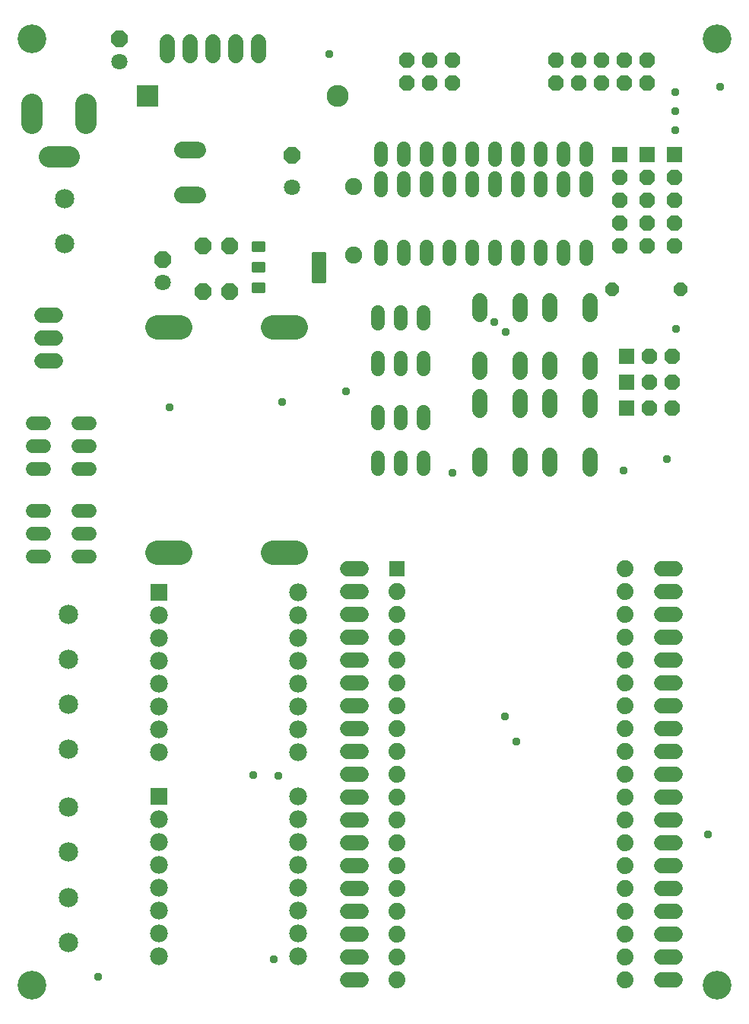
<source format=gbr>
G04 EAGLE Gerber RS-274X export*
G75*
%MOMM*%
%FSLAX34Y34*%
%LPD*%
%INSoldermask Top*%
%IPPOS*%
%AMOC8*
5,1,8,0,0,1.08239X$1,22.5*%
G01*
%ADD10C,3.203200*%
%ADD11C,2.387600*%
%ADD12C,2.153200*%
%ADD13P,1.951982X8X112.500000*%
%ADD14C,1.803400*%
%ADD15C,1.853200*%
%ADD16R,2.453200X2.453200*%
%ADD17C,2.453200*%
%ADD18R,1.981200X1.981200*%
%ADD19C,1.981200*%
%ADD20R,1.763200X1.763200*%
%ADD21C,1.879600*%
%ADD22C,1.524000*%
%ADD23C,2.743200*%
%ADD24C,1.727200*%
%ADD25P,1.852186X8X202.500000*%
%ADD26R,1.727200X1.727200*%
%ADD27P,1.869504X8X22.500000*%
%ADD28P,1.869504X8X112.500000*%
%ADD29C,1.711200*%
%ADD30C,0.339959*%
%ADD31C,0.393431*%
%ADD32P,1.951982X8X292.500000*%
%ADD33C,1.903200*%
%ADD34P,1.649562X8X22.500000*%
%ADD35C,0.959600*%


D10*
X31758Y27824D03*
X794050Y27824D03*
X31758Y1080527D03*
X794050Y1080527D03*
D11*
X72594Y948814D02*
X50750Y948814D01*
X31672Y985892D02*
X31672Y1007736D01*
X91672Y1007736D02*
X91672Y985892D01*
D12*
X71850Y440413D03*
X71850Y390413D03*
X71850Y340413D03*
X71850Y290413D03*
X71863Y225631D03*
X71863Y175631D03*
X71863Y125631D03*
X71863Y75631D03*
X67980Y852795D03*
X67980Y902795D03*
D13*
X128587Y1080038D03*
D14*
X128587Y1054638D03*
D13*
X321304Y950343D03*
D14*
X321304Y914783D03*
D15*
X215890Y906609D02*
X199390Y906609D01*
X199390Y956609D02*
X215890Y956609D01*
D16*
X159812Y1016357D03*
D17*
X371812Y1016357D03*
D18*
X173240Y464941D03*
D19*
X328180Y464941D03*
X173240Y439541D03*
X173240Y414141D03*
X173240Y388741D03*
X173240Y363341D03*
X173240Y337941D03*
X173240Y312541D03*
X173240Y287141D03*
X328180Y439541D03*
X328180Y414141D03*
X328180Y388741D03*
X328180Y363341D03*
X328180Y337941D03*
X328180Y312541D03*
X328180Y287141D03*
D18*
X173240Y238080D03*
D19*
X328180Y238080D03*
X173240Y212680D03*
X173240Y187280D03*
X173240Y161880D03*
X173240Y136480D03*
X173240Y111080D03*
X173240Y85680D03*
X173240Y60280D03*
X328180Y212680D03*
X328180Y187280D03*
X328180Y161880D03*
X328180Y136480D03*
X328180Y111080D03*
X328180Y85680D03*
X328180Y60280D03*
D20*
X438256Y490708D03*
D21*
X438256Y465308D03*
X438256Y33508D03*
X438256Y439908D03*
X438256Y414508D03*
X438256Y389108D03*
X438256Y363708D03*
X438256Y338308D03*
X438256Y312908D03*
X438256Y287508D03*
X438256Y262108D03*
X438256Y236708D03*
X438256Y211308D03*
X438256Y185908D03*
X438256Y160508D03*
X438256Y135108D03*
X438256Y109708D03*
X438256Y84308D03*
X438256Y58908D03*
X692256Y490708D03*
X692256Y465308D03*
X692256Y439908D03*
X692256Y414508D03*
X692256Y389108D03*
X692256Y363708D03*
X692256Y338308D03*
X692256Y312908D03*
X692256Y287508D03*
X692256Y262108D03*
X692256Y236708D03*
X692256Y211308D03*
X692256Y185908D03*
X692256Y160508D03*
X692256Y135108D03*
X692256Y109708D03*
X692256Y84308D03*
X692256Y58908D03*
X692256Y33508D03*
D22*
X420310Y835523D02*
X420310Y848731D01*
X445710Y848731D02*
X445710Y835523D01*
X471110Y835523D02*
X471110Y848731D01*
X496510Y848731D02*
X496510Y835523D01*
X521910Y835523D02*
X521910Y848731D01*
X547310Y848731D02*
X547310Y835523D01*
X572710Y835523D02*
X572710Y848731D01*
X598110Y848731D02*
X598110Y835523D01*
X623510Y835523D02*
X623510Y848731D01*
X648910Y848731D02*
X648910Y835523D01*
X648910Y911723D02*
X648910Y924931D01*
X623510Y924931D02*
X623510Y911723D01*
X598110Y911723D02*
X598110Y924931D01*
X572710Y924931D02*
X572710Y911723D01*
X547310Y911723D02*
X547310Y924931D01*
X521910Y924931D02*
X521910Y911723D01*
X496510Y911723D02*
X496510Y924931D01*
X471110Y924931D02*
X471110Y911723D01*
X445710Y911723D02*
X445710Y924931D01*
X420310Y924931D02*
X420310Y911723D01*
X648760Y945350D02*
X648760Y958558D01*
X623360Y958558D02*
X623360Y945350D01*
X597960Y945350D02*
X597960Y958558D01*
X572560Y958558D02*
X572560Y945350D01*
X547160Y945350D02*
X547160Y958558D01*
X521760Y958558D02*
X521760Y945350D01*
X496360Y945350D02*
X496360Y958558D01*
X470960Y958558D02*
X470960Y945350D01*
X445560Y945350D02*
X445560Y958558D01*
X420160Y958558D02*
X420160Y945350D01*
X45258Y530160D02*
X32050Y530160D01*
X32050Y504760D02*
X45258Y504760D01*
X45258Y555560D02*
X32050Y555560D01*
X82850Y504760D02*
X96058Y504760D01*
X96058Y530160D02*
X82850Y530160D01*
X82850Y555560D02*
X96058Y555560D01*
D23*
X170967Y759229D02*
X196367Y759229D01*
X196367Y508785D02*
X170967Y508785D01*
D22*
X45404Y627366D02*
X32196Y627366D01*
X32196Y601966D02*
X45404Y601966D01*
X45404Y652766D02*
X32196Y652766D01*
X82996Y601966D02*
X96204Y601966D01*
X96204Y627366D02*
X82996Y627366D01*
X82996Y652766D02*
X96204Y652766D01*
D23*
X299503Y508975D02*
X324903Y508975D01*
X324903Y759419D02*
X299503Y759419D01*
D24*
X382636Y33492D02*
X397876Y33492D01*
X397876Y58892D02*
X382636Y58892D01*
X382636Y84292D02*
X397876Y84292D01*
X397876Y109692D02*
X382636Y109692D01*
X382636Y135092D02*
X397876Y135092D01*
X397876Y160492D02*
X382636Y160492D01*
X382636Y185892D02*
X397876Y185892D01*
X397876Y211292D02*
X382636Y211292D01*
X382636Y236692D02*
X397876Y236692D01*
X397876Y262092D02*
X382636Y262092D01*
X382636Y287492D02*
X397876Y287492D01*
X397876Y312892D02*
X382636Y312892D01*
X382636Y338292D02*
X397876Y338292D01*
X397876Y363692D02*
X382636Y363692D01*
X382636Y389092D02*
X397876Y389092D01*
X397876Y414492D02*
X382636Y414492D01*
X382636Y439892D02*
X397876Y439892D01*
X397876Y465292D02*
X382636Y465292D01*
X382636Y490692D02*
X397876Y490692D01*
X732636Y490692D02*
X747876Y490692D01*
X747876Y465292D02*
X732636Y465292D01*
X732636Y439892D02*
X747876Y439892D01*
X747876Y414492D02*
X732636Y414492D01*
X732636Y389092D02*
X747876Y389092D01*
X747876Y363692D02*
X732636Y363692D01*
X732636Y338292D02*
X747876Y338292D01*
X747876Y312892D02*
X732636Y312892D01*
X732636Y287492D02*
X747876Y287492D01*
X747876Y262092D02*
X732636Y262092D01*
X732636Y236692D02*
X747876Y236692D01*
X747876Y211292D02*
X732636Y211292D01*
X732636Y185892D02*
X747876Y185892D01*
X747876Y160492D02*
X732636Y160492D01*
X732636Y135092D02*
X747876Y135092D01*
X747876Y109692D02*
X732636Y109692D01*
X732636Y84292D02*
X747876Y84292D01*
X747876Y58892D02*
X732636Y58892D01*
X732636Y33492D02*
X747876Y33492D01*
D25*
X499621Y1056529D03*
X499621Y1031129D03*
X474221Y1056529D03*
X474221Y1031129D03*
X448821Y1056529D03*
X448821Y1031129D03*
X716006Y1056453D03*
X716006Y1031053D03*
X690606Y1056453D03*
X690606Y1031053D03*
X665206Y1056453D03*
X665206Y1031053D03*
X639806Y1056453D03*
X639806Y1031053D03*
X614406Y1056453D03*
X614406Y1031053D03*
D26*
X686197Y951200D03*
D27*
X686197Y925800D03*
X686197Y900400D03*
X686197Y875000D03*
X686197Y849600D03*
D26*
X693953Y727144D03*
D28*
X719353Y727144D03*
X744753Y727144D03*
D29*
X575373Y774027D02*
X575373Y789107D01*
X575373Y724107D02*
X575373Y709027D01*
X530373Y774027D02*
X530373Y789107D01*
X530373Y724107D02*
X530373Y709027D01*
X575373Y681949D02*
X575373Y666869D01*
X575373Y616949D02*
X575373Y601869D01*
X530373Y666869D02*
X530373Y681949D01*
X530373Y616949D02*
X530373Y601869D01*
D26*
X693953Y669425D03*
D28*
X719353Y669425D03*
X744753Y669425D03*
D26*
X693953Y698285D03*
D28*
X719353Y698285D03*
X744753Y698285D03*
D29*
X652860Y774027D02*
X652860Y789107D01*
X652860Y724107D02*
X652860Y709027D01*
X607860Y774027D02*
X607860Y789107D01*
X607860Y724107D02*
X607860Y709027D01*
X652860Y681949D02*
X652860Y666869D01*
X652860Y616949D02*
X652860Y601869D01*
X607860Y666869D02*
X607860Y681949D01*
X607860Y616949D02*
X607860Y601869D01*
D30*
X277794Y845269D02*
X277794Y853201D01*
X289526Y853201D01*
X289526Y845269D01*
X277794Y845269D01*
X277794Y848499D02*
X289526Y848499D01*
X289526Y851729D02*
X277794Y851729D01*
X277794Y830301D02*
X277794Y822369D01*
X277794Y830301D02*
X289526Y830301D01*
X289526Y822369D01*
X277794Y822369D01*
X277794Y825599D02*
X289526Y825599D01*
X289526Y828829D02*
X277794Y828829D01*
X277794Y807401D02*
X277794Y799469D01*
X277794Y807401D02*
X289526Y807401D01*
X289526Y799469D01*
X277794Y799469D01*
X277794Y802699D02*
X289526Y802699D01*
X289526Y805929D02*
X277794Y805929D01*
D31*
X344961Y811086D02*
X344961Y841584D01*
X356159Y841584D01*
X356159Y811086D01*
X344961Y811086D01*
X344961Y814823D02*
X356159Y814823D01*
X356159Y818560D02*
X344961Y818560D01*
X344961Y822297D02*
X356159Y822297D01*
X356159Y826034D02*
X344961Y826034D01*
X344961Y829771D02*
X356159Y829771D01*
X356159Y833508D02*
X344961Y833508D01*
X344961Y837245D02*
X356159Y837245D01*
X356159Y840982D02*
X344961Y840982D01*
D32*
X251920Y849680D03*
X251920Y798880D03*
X221945Y849620D03*
X221945Y798820D03*
D13*
X177285Y834875D03*
D14*
X177285Y809475D03*
D22*
X442222Y725602D02*
X442222Y712394D01*
X467622Y712394D02*
X467622Y725602D01*
X416822Y725602D02*
X416822Y712394D01*
X467622Y763194D02*
X467622Y776402D01*
X442222Y776402D02*
X442222Y763194D01*
X416822Y763194D02*
X416822Y776402D01*
X442222Y614793D02*
X442222Y601585D01*
X467622Y601585D02*
X467622Y614793D01*
X416822Y614793D02*
X416822Y601585D01*
X467622Y652385D02*
X467622Y665593D01*
X442222Y665593D02*
X442222Y652385D01*
X416822Y652385D02*
X416822Y665593D01*
D26*
X746997Y951200D03*
D27*
X746997Y925800D03*
X746997Y900400D03*
X746997Y875000D03*
X746997Y849600D03*
D26*
X716597Y951200D03*
D27*
X716597Y925800D03*
X716597Y900400D03*
X716597Y875000D03*
X716597Y849600D03*
D33*
X389950Y839510D03*
X389950Y915710D03*
D34*
X677795Y801775D03*
X753995Y801775D03*
D24*
X181910Y1061945D02*
X181910Y1077185D01*
X207310Y1077185D02*
X207310Y1061945D01*
X232710Y1061945D02*
X232710Y1077185D01*
X258110Y1077185D02*
X258110Y1061945D01*
X283510Y1061945D02*
X283510Y1077185D01*
X57955Y721900D02*
X42715Y721900D01*
X42715Y747300D02*
X57955Y747300D01*
X57955Y772700D02*
X42715Y772700D01*
D35*
X300290Y56665D03*
X784420Y195900D03*
X309725Y676485D03*
X184360Y670165D03*
X105305Y36780D03*
X305940Y260880D03*
X277440Y261380D03*
X362400Y1062945D03*
X748310Y757985D03*
X738500Y612500D03*
X499695Y598090D03*
X558690Y754495D03*
X747310Y999460D03*
X747330Y1020865D03*
X690315Y600010D03*
X798080Y1026845D03*
X747890Y978850D03*
X546565Y765690D03*
X570800Y298920D03*
X381150Y687975D03*
X557750Y326590D03*
M02*

</source>
